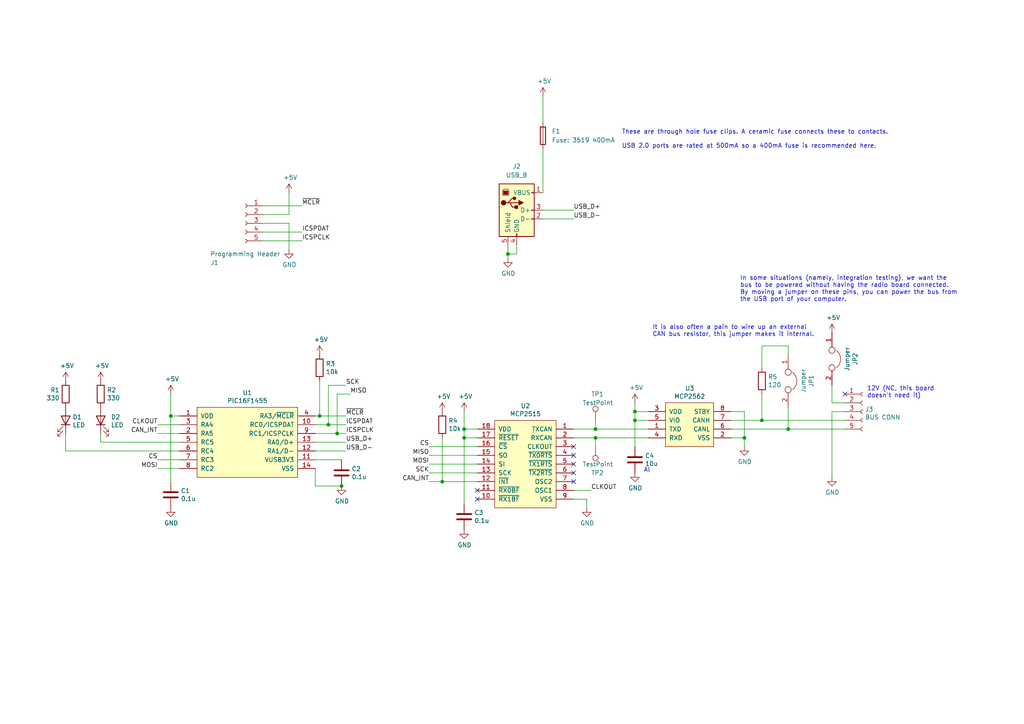
<source format=kicad_sch>
(kicad_sch (version 20230121) (generator eeschema)
  (paper "A4")
  (lib_symbols
    (symbol "Connector:TestPoint" (pin_numbers hide) (pin_names (offset 0.762) hide)
      (property "Reference" "TP" (at 0 6.858 0))
      (property "Value" "TestPoint" (at 0 5.08 0))
      (symbol "TestPoint_0_1"
        (circle (center 0 3.302) (radius 0.762))
      )
      (symbol "TestPoint_1_1"
        (pin passive line (at 0 0 90) (length 2.54) (name "1") (number "1"))
      )
    )
    (symbol "Connector:USB_B" (pin_names (offset 1.016))
      (property "Reference" "J" (at -5.08 11.43 0))
      (property "Value" "USB_B" (at -5.08 8.89 0))
      (symbol "USB_B_0_1"
        (rectangle (start -5.08 -7.62) (end 5.08 7.62) (stroke (width 0.254)) (fill (type background)))
        (circle (center -3.81 2.159) (radius 0.635) (stroke (width 0.254)) (fill (type outline)))
        (rectangle (start -3.81 5.588) (end -2.54 4.572) (fill (type outline)))
        (circle (center -0.635 3.429) (radius 0.381) (stroke (width 0.254)) (fill (type outline)))
        (rectangle (start -0.127 -7.62) (end 0.127 -6.858))
        (polyline (pts (xy -1.905 2.159) (xy 0.635 2.159)) (stroke (width 0.254)))
        (polyline (pts (xy -3.175 2.159) (xy -2.54 2.159) (xy -1.27 3.429) (xy -0.635 3.429)) (stroke (width 0.254)))
        (polyline (pts (xy -2.54 2.159) (xy -1.905 2.159) (xy -1.27 0.889) (xy 0 0.889)) (stroke (width 0.254)))
        (polyline (pts (xy 0.635 2.794) (xy 0.635 1.524) (xy 1.905 2.159) (xy 0.635 2.794)) (stroke (width 0.254)) (fill (type outline)))
        (polyline (pts (xy -4.064 4.318) (xy -2.286 4.318) (xy -2.286 5.715) (xy -2.667 6.096) (xy -3.683 6.096) (xy -4.064 5.715) (xy -4.064 4.318)))
        (rectangle (start 0.254 1.27) (end -0.508 0.508) (stroke (width 0.254)) (fill (type outline)))
        (rectangle (start 5.08 -2.667) (end 4.318 -2.413))
        (rectangle (start 5.08 -0.127) (end 4.318 0.127))
        (rectangle (start 5.08 4.953) (end 4.318 5.207))
      )
      (symbol "USB_B_1_1"
        (pin power_out line (at 7.62 5.08 180) (length 2.54) (name "VBUS") (number "1"))
        (pin bidirectional line (at 7.62 -2.54 180) (length 2.54) (name "D-") (number "2"))
        (pin bidirectional line (at 7.62 0 180) (length 2.54) (name "D+") (number "3"))
        (pin power_out line (at 0 -10.16 90) (length 2.54) (name "GND") (number "4"))
        (pin passive line (at -2.54 -10.16 90) (length 2.54) (name "Shield") (number "5"))
      )
    )
    (symbol "Device:C" (pin_numbers hide) (pin_names (offset 0.254))
      (property "Reference" "C" (at 0.635 2.54 0))
      (property "Value" "C" (at 0.635 -2.54 0))
      (symbol "C_0_1"
        (polyline (pts (xy -2.032 -0.762) (xy 2.032 -0.762)) (stroke (width 0.508)))
        (polyline (pts (xy -2.032 0.762) (xy 2.032 0.762)) (stroke (width 0.508)))
      )
      (symbol "C_1_1"
        (pin passive line (at 0 3.81 270) (length 2.794) (name "~") (number "1"))
        (pin passive line (at 0 -3.81 90) (length 2.794) (name "~") (number "2"))
      )
    )
    (symbol "Device:Fuse" (pin_numbers hide) (pin_names (offset 0))
      (property "Reference" "F" (at 2.032 0 90))
      (property "Value" "Fuse" (at -1.905 0 90))
      (symbol "Fuse_0_1"
        (rectangle (start -0.762 -2.54) (end 0.762 2.54) (stroke (width 0.254)))
        (polyline (pts (xy 0 2.54) (xy 0 -2.54)))
      )
      (symbol "Fuse_1_1"
        (pin passive line (at 0 3.81 270) (length 1.27) (name "~") (number "1"))
        (pin passive line (at 0 -3.81 90) (length 1.27) (name "~") (number "2"))
      )
    )
    (symbol "Device:LED" (pin_numbers hide) (pin_names (offset 1.016) hide)
      (property "Reference" "D" (at 0 2.54 0))
      (property "Value" "LED" (at 0 -2.54 0))
      (symbol "LED_0_1"
        (polyline (pts (xy -1.27 -1.27) (xy -1.27 1.27)) (stroke (width 0.254)))
        (polyline (pts (xy -1.27 0) (xy 1.27 0)))
        (polyline (pts (xy 1.27 -1.27) (xy 1.27 1.27) (xy -1.27 0) (xy 1.27 -1.27)) (stroke (width 0.254)))
        (polyline (pts (xy -3.048 -0.762) (xy -4.572 -2.286) (xy -3.81 -2.286) (xy -4.572 -2.286) (xy -4.572 -1.524)))
        (polyline (pts (xy -1.778 -0.762) (xy -3.302 -2.286) (xy -2.54 -2.286) (xy -3.302 -2.286) (xy -3.302 -1.524)))
      )
      (symbol "LED_1_1"
        (pin passive line (at -3.81 0 0) (length 2.54) (name "K") (number "1"))
        (pin passive line (at 3.81 0 180) (length 2.54) (name "A") (number "2"))
      )
    )
    (symbol "Device:R" (pin_numbers hide) (pin_names (offset 0))
      (property "Reference" "R" (at 2.032 0 90))
      (property "Value" "R" (at 0 0 90))
      (symbol "R_0_1"
        (rectangle (start -1.016 -2.54) (end 1.016 2.54) (stroke (width 0.254)))
      )
      (symbol "R_1_1"
        (pin passive line (at 0 3.81 270) (length 1.27) (name "~") (number "1"))
        (pin passive line (at 0 -3.81 90) (length 1.27) (name "~") (number "2"))
      )
    )
    (symbol "power:+5V" (power) (pin_names (offset 0))
      (property "Value" "+5V" (at 0 3.556 0))
      (symbol "+5V_0_1"
        (polyline (pts (xy -0.762 1.27) (xy 0 2.54)))
        (polyline (pts (xy 0 0) (xy 0 2.54)))
        (polyline (pts (xy 0 2.54) (xy 0.762 1.27)))
      )
      (symbol "+5V_1_1"
        (pin power_in line (at 0 0 90) (length 0) hide (name "+5V") (number "1"))
      )
    )
    (symbol "power:GND" (power) (pin_names (offset 0))
      (property "Value" "GND" (at 0 -3.81 0))
      (symbol "GND_0_1"
        (polyline (pts (xy 0 0) (xy 0 -1.27) (xy 1.27 -1.27) (xy 0 -2.54) (xy -1.27 -1.27) (xy 0 -1.27)))
      )
      (symbol "GND_1_1"
        (pin power_in line (at 0 0 270) (length 0) hide (name "GND") (number "1"))
      )
    )
    (symbol "usbdbg-rescue:Conn_01x05_Female-Connector" (pin_names (offset 1.016) hide)
      (property "Reference" "J" (at 0 7.62 0))
      (property "Value" "Connector_Conn_01x05_Female" (at 0 -7.62 0))
      (symbol "Conn_01x05_Female-Connector_1_1"
        (arc (start 0 -4.572) (mid -0.5058 -5.08) (end 0 -5.588) (stroke (width 0.1524)))
        (arc (start 0 -2.032) (mid -0.5058 -2.54) (end 0 -3.048) (stroke (width 0.1524)))
        (polyline (pts (xy -1.27 -5.08) (xy -0.508 -5.08)) (stroke (width 0.1524)))
        (polyline (pts (xy -1.27 -2.54) (xy -0.508 -2.54)) (stroke (width 0.1524)))
        (polyline (pts (xy -1.27 0) (xy -0.508 0)) (stroke (width 0.1524)))
        (polyline (pts (xy -1.27 2.54) (xy -0.508 2.54)) (stroke (width 0.1524)))
        (polyline (pts (xy -1.27 5.08) (xy -0.508 5.08)) (stroke (width 0.1524)))
        (arc (start 0 0.508) (mid -0.5058 0) (end 0 -0.508) (stroke (width 0.1524)))
        (arc (start 0 3.048) (mid -0.5058 2.54) (end 0 2.032) (stroke (width 0.1524)))
        (arc (start 0 5.588) (mid -0.5058 5.08) (end 0 4.572) (stroke (width 0.1524)))
        (pin passive line (at -5.08 5.08 0) (length 3.81) (name "Pin_1") (number "1"))
        (pin passive line (at -5.08 2.54 0) (length 3.81) (name "Pin_2") (number "2"))
        (pin passive line (at -5.08 0 0) (length 3.81) (name "Pin_3") (number "3"))
        (pin passive line (at -5.08 -2.54 0) (length 3.81) (name "Pin_4") (number "4"))
        (pin passive line (at -5.08 -5.08 0) (length 3.81) (name "Pin_5") (number "5"))
      )
    )
    (symbol "usbdbg-rescue:Jumper-Device" (pin_names (offset 0.762) hide)
      (property "Reference" "JP" (at 0 3.81 0))
      (property "Value" "Device_Jumper" (at 0 -2.032 0))
      (symbol "Jumper-Device_0_1"
        (circle (center -2.54 0) (radius 0.889))
        (arc (start 2.5146 1.27) (mid 0.0078 2.5097) (end -2.4892 1.27))
        (circle (center 2.54 0) (radius 0.889))
        (pin passive line (at -7.62 0 0) (length 4.191) (name "1") (number "1"))
        (pin passive line (at 7.62 0 180) (length 4.191) (name "2") (number "2"))
      )
    )
    (symbol "usbdbg-rescue:MCP2515-canhw" (pin_names (offset 1.016))
      (property "Reference" "U" (at 7.62 8.89 0))
      (property "Value" "canhw_MCP2515" (at -5.08 8.89 0))
      (symbol "MCP2515-canhw_0_1"
        (rectangle (start -8.89 7.62) (end 8.89 -17.78) (fill (type background)))
      )
      (symbol "MCP2515-canhw_1_1"
        (pin bidirectional line (at -13.97 5.08 0) (length 5.08) (name "TXCAN") (number "1"))
        (pin bidirectional line (at 13.97 -15.24 180) (length 5.08) (name "~{RX1BF}") (number "10"))
        (pin bidirectional line (at 13.97 -12.7 180) (length 5.08) (name "~{RX0BF}") (number "11"))
        (pin bidirectional line (at 13.97 -10.16 180) (length 5.08) (name "~{INT}") (number "12"))
        (pin bidirectional line (at 13.97 -7.62 180) (length 5.08) (name "SCK") (number "13"))
        (pin bidirectional line (at 13.97 -5.08 180) (length 5.08) (name "SI") (number "14"))
        (pin bidirectional line (at 13.97 -2.54 180) (length 5.08) (name "SO") (number "15"))
        (pin bidirectional line (at 13.97 0 180) (length 5.08) (name "~{CS}") (number "16"))
        (pin bidirectional line (at 13.97 2.54 180) (length 5.08) (name "~{RESET}") (number "17"))
        (pin power_in line (at 13.97 5.08 180) (length 5.08) (name "VDD") (number "18"))
        (pin bidirectional line (at -13.97 2.54 0) (length 5.08) (name "RXCAN") (number "2"))
        (pin bidirectional line (at -13.97 0 0) (length 5.08) (name "CLKOUT") (number "3"))
        (pin bidirectional line (at -13.97 -2.54 0) (length 5.08) (name "~{TX0RTS}") (number "4"))
        (pin bidirectional line (at -13.97 -5.08 0) (length 5.08) (name "~{TX1RTS}") (number "5"))
        (pin bidirectional line (at -13.97 -7.62 0) (length 5.08) (name "~{TX2RTS}") (number "6"))
        (pin bidirectional line (at -13.97 -10.16 0) (length 5.08) (name "OSC2") (number "7"))
        (pin bidirectional line (at -13.97 -12.7 0) (length 5.08) (name "OSC1") (number "8"))
        (pin power_in line (at -13.97 -15.24 0) (length 5.08) (name "VSS") (number "9"))
      )
    )
    (symbol "usbdbg-rescue:MCP2562-canhw" (pin_names (offset 1.016))
      (property "Reference" "U" (at 5.08 3.81 0))
      (property "Value" "canhw_MCP2562" (at -3.81 3.81 0))
      (symbol "MCP2562-canhw_0_1"
        (rectangle (start -7.62 2.54) (end 6.35 -10.16) (fill (type background)))
      )
      (symbol "MCP2562-canhw_1_1"
        (pin bidirectional line (at -12.7 -5.08 0) (length 5.08) (name "TXD") (number "1"))
        (pin power_in line (at 11.43 -7.62 180) (length 5.08) (name "VSS") (number "2"))
        (pin power_in line (at -12.7 0 0) (length 5.08) (name "VDD") (number "3"))
        (pin bidirectional line (at -12.7 -7.62 0) (length 5.08) (name "RXD") (number "4"))
        (pin bidirectional line (at -12.7 -2.54 0) (length 5.08) (name "VIO") (number "5"))
        (pin bidirectional line (at 11.43 -5.08 180) (length 5.08) (name "CANL") (number "6"))
        (pin bidirectional line (at 11.43 -2.54 180) (length 5.08) (name "CANH") (number "7"))
        (pin bidirectional line (at 11.43 0 180) (length 5.08) (name "STBY") (number "8"))
      )
    )
    (symbol "usbdbg-rescue:PIC16F1455-canhw" (pin_names (offset 1.016))
      (property "Reference" "U" (at 19.05 5.08 0))
      (property "Value" "canhw_PIC16F1455" (at -3.81 5.08 0))
      (symbol "PIC16F1455-canhw_0_1"
        (rectangle (start -8.89 3.81) (end 20.32 -16.51) (fill (type background)))
      )
      (symbol "PIC16F1455-canhw_1_1"
        (pin power_in line (at -13.97 1.27 0) (length 5.08) (name "VDD") (number "1"))
        (pin bidirectional line (at 25.4 -1.27 180) (length 5.08) (name "RC0/ICSPDAT") (number "10"))
        (pin bidirectional line (at 25.4 -11.43 180) (length 5.08) (name "VUSB3V3") (number "11"))
        (pin bidirectional line (at 25.4 -8.89 180) (length 5.08) (name "RA1/D-") (number "12"))
        (pin bidirectional line (at 25.4 -6.35 180) (length 5.08) (name "RA0/D+") (number "13"))
        (pin bidirectional line (at 25.4 -13.97 180) (length 5.08) (name "VSS") (number "14"))
        (pin bidirectional line (at -13.97 -3.81 0) (length 5.08) (name "RA5") (number "2"))
        (pin bidirectional line (at -13.97 -1.27 0) (length 5.08) (name "RA4") (number "3"))
        (pin bidirectional line (at 25.4 1.27 180) (length 5.08) (name "RA3/~{MCLR}") (number "4"))
        (pin bidirectional line (at -13.97 -6.35 0) (length 5.08) (name "RC5") (number "5"))
        (pin bidirectional line (at -13.97 -8.89 0) (length 5.08) (name "RC4") (number "6"))
        (pin bidirectional line (at -13.97 -11.43 0) (length 5.08) (name "RC3") (number "7"))
        (pin bidirectional line (at -13.97 -13.97 0) (length 5.08) (name "RC2") (number "8"))
        (pin bidirectional line (at 25.4 -3.81 180) (length 5.08) (name "RC1/ICSPCLK") (number "9"))
      )
    )
  )
  (junction (at 228.6 124.46))
  (junction (at 220.98 121.92))
  (junction (at 92.71 120.65))
  (junction (at 134.62 124.46))
  (junction (at 172.72 127))
  (junction (at 184.15 121.92))
  (junction (at 134.62 127))
  (junction (at 97.79 125.73))
  (junction (at 99.06 140.97))
  (junction (at 95.25 123.19))
  (junction (at 184.15 119.38))
  (junction (at 147.32 73.66))
  (junction (at 172.72 124.46))
  (junction (at 128.27 139.7))
  (junction (at 49.53 120.65))
  (junction (at 215.9 127))
  (no_connect (at 166.37 134.62))
  (no_connect (at 166.37 137.16))
  (no_connect (at 245.11 114.3))
  (no_connect (at 138.43 142.24))
  (no_connect (at 166.37 139.7))
  (no_connect (at 166.37 132.08))
  (no_connect (at 166.37 129.54))
  (no_connect (at 138.43 144.78))
  (wire (pts (xy 91.44 125.73) (xy 97.79 125.73)))
  (wire (pts (xy 91.44 135.89) (xy 91.44 140.97)))
  (wire (pts (xy 228.6 118.11) (xy 228.6 124.46)))
  (wire (pts (xy 19.05 125.73) (xy 19.05 130.81)))
  (wire (pts (xy 19.05 130.81) (xy 52.07 130.81)))
  (wire (pts (xy 228.6 100.33) (xy 228.6 102.87)))
  (wire (pts (xy 220.98 100.33) (xy 228.6 100.33)))
  (wire (pts (xy 95.25 123.19) (xy 100.33 123.19)))
  (wire (pts (xy 124.46 137.16) (xy 138.43 137.16)))
  (wire (pts (xy 212.09 124.46) (xy 228.6 124.46)))
  (wire (pts (xy 124.46 134.62) (xy 138.43 134.62)))
  (wire (pts (xy 149.86 73.66) (xy 147.32 73.66)))
  (wire (pts (xy 83.82 62.23) (xy 76.2 62.23)))
  (wire (pts (xy 157.48 27.94) (xy 157.48 35.56)))
  (wire (pts (xy 49.53 139.7) (xy 49.53 120.65)))
  (wire (pts (xy 128.27 139.7) (xy 138.43 139.7)))
  (wire (pts (xy 215.9 129.54) (xy 215.9 127)))
  (wire (pts (xy 212.09 121.92) (xy 220.98 121.92)))
  (wire (pts (xy 91.44 120.65) (xy 92.71 120.65)))
  (wire (pts (xy 184.15 121.92) (xy 187.96 121.92)))
  (wire (pts (xy 245.11 116.84) (xy 241.3 116.84)))
  (wire (pts (xy 157.48 60.96) (xy 166.37 60.96)))
  (wire (pts (xy 157.48 63.5) (xy 166.37 63.5)))
  (wire (pts (xy 184.15 129.54) (xy 184.15 121.92)))
  (wire (pts (xy 49.53 114.3) (xy 49.53 120.65)))
  (wire (pts (xy 187.96 119.38) (xy 184.15 119.38)))
  (wire (pts (xy 184.15 116.84) (xy 184.15 119.38)))
  (wire (pts (xy 215.9 127) (xy 212.09 127)))
  (wire (pts (xy 45.72 123.19) (xy 52.07 123.19)))
  (wire (pts (xy 91.44 128.27) (xy 100.33 128.27)))
  (wire (pts (xy 91.44 130.81) (xy 100.33 130.81)))
  (wire (pts (xy 172.72 121.92) (xy 172.72 124.46)))
  (wire (pts (xy 83.82 64.77) (xy 76.2 64.77)))
  (wire (pts (xy 157.48 43.18) (xy 157.48 55.88)))
  (wire (pts (xy 124.46 129.54) (xy 138.43 129.54)))
  (wire (pts (xy 92.71 120.65) (xy 100.33 120.65)))
  (wire (pts (xy 184.15 119.38) (xy 184.15 121.92)))
  (wire (pts (xy 45.72 133.35) (xy 52.07 133.35)))
  (wire (pts (xy 220.98 121.92) (xy 245.11 121.92)))
  (wire (pts (xy 134.62 146.05) (xy 134.62 127)))
  (wire (pts (xy 241.3 119.38) (xy 241.3 138.43)))
  (wire (pts (xy 172.72 124.46) (xy 187.96 124.46)))
  (wire (pts (xy 220.98 106.68) (xy 220.98 100.33)))
  (wire (pts (xy 97.79 114.3) (xy 97.79 125.73)))
  (wire (pts (xy 170.18 147.32) (xy 170.18 144.78)))
  (wire (pts (xy 134.62 127) (xy 134.62 124.46)))
  (wire (pts (xy 100.33 111.76) (xy 95.25 111.76)))
  (wire (pts (xy 170.18 144.78) (xy 166.37 144.78)))
  (wire (pts (xy 76.2 69.85) (xy 87.63 69.85)))
  (wire (pts (xy 171.45 142.24) (xy 166.37 142.24)))
  (wire (pts (xy 212.09 119.38) (xy 215.9 119.38)))
  (wire (pts (xy 134.62 124.46) (xy 138.43 124.46)))
  (wire (pts (xy 215.9 119.38) (xy 215.9 127)))
  (wire (pts (xy 92.71 110.49) (xy 92.71 120.65)))
  (wire (pts (xy 97.79 125.73) (xy 100.33 125.73)))
  (wire (pts (xy 95.25 111.76) (xy 95.25 123.19)))
  (wire (pts (xy 241.3 119.38) (xy 245.11 119.38)))
  (wire (pts (xy 166.37 127) (xy 172.72 127)))
  (wire (pts (xy 147.32 73.66) (xy 147.32 74.93)))
  (wire (pts (xy 76.2 67.31) (xy 87.63 67.31)))
  (wire (pts (xy 49.53 120.65) (xy 52.07 120.65)))
  (wire (pts (xy 166.37 124.46) (xy 172.72 124.46)))
  (wire (pts (xy 124.46 139.7) (xy 128.27 139.7)))
  (wire (pts (xy 138.43 127) (xy 134.62 127)))
  (wire (pts (xy 241.3 116.84) (xy 241.3 111.76)))
  (wire (pts (xy 101.6 114.3) (xy 97.79 114.3)))
  (wire (pts (xy 91.44 133.35) (xy 99.06 133.35)))
  (wire (pts (xy 29.21 125.73) (xy 29.21 128.27)))
  (wire (pts (xy 228.6 124.46) (xy 245.11 124.46)))
  (wire (pts (xy 220.98 114.3) (xy 220.98 121.92)))
  (wire (pts (xy 134.62 119.38) (xy 134.62 124.46)))
  (wire (pts (xy 91.44 123.19) (xy 95.25 123.19)))
  (wire (pts (xy 128.27 127) (xy 128.27 139.7)))
  (wire (pts (xy 147.32 71.12) (xy 147.32 73.66)))
  (wire (pts (xy 83.82 72.39) (xy 83.82 64.77)))
  (wire (pts (xy 83.82 55.88) (xy 83.82 62.23)))
  (wire (pts (xy 172.72 129.54) (xy 172.72 127)))
  (wire (pts (xy 172.72 127) (xy 187.96 127)))
  (wire (pts (xy 91.44 140.97) (xy 99.06 140.97)))
  (wire (pts (xy 124.46 132.08) (xy 138.43 132.08)))
  (wire (pts (xy 45.72 125.73) (xy 52.07 125.73)))
  (wire (pts (xy 76.2 59.69) (xy 87.63 59.69)))
  (wire (pts (xy 149.86 71.12) (xy 149.86 73.66)))
  (wire (pts (xy 45.72 135.89) (xy 52.07 135.89)))
  (wire (pts (xy 29.21 128.27) (xy 52.07 128.27)))
  (text "12V (NC, this board\ndoesn't need it)" (at 251.46 115.57 0) (effects (font (size 1.27 1.27)) (justify left bottom)))
  (text "These are through hole fuse clips. A ceramic fuse connects these to contacts.\n\nUSB 2.0 ports are rated at 500mA so a 400mA fuse is recommended here." (at 180.34 43.18 0) (effects (font (size 1.27 1.27)) (justify left bottom)))
  (text "It is also often a pain to wire up an external\nCAN bus resistor, this jumper makes it internal." (at 189.23 97.79 0) (effects (font (size 1.27 1.27)) (justify left bottom)))
  (text "Al" (at 186.69 137.16 0) (effects (font (size 1.27 1.27)) (justify left bottom)))
  (text "In some situations (namely, integration testing), we want the\nbus to be powered without having the radio board connected.\nBy moving a jumper on these pins, you can power the bus from\nthe USB port of your computer." (at 214.63 87.63 0) (effects (font (size 1.27 1.27)) (justify left bottom)))
  (label "CS" (at 124.46 129.54 180))
  (label "~{MCLR}" (at 100.33 120.65 0))
  (label "USB_D+" (at 100.33 128.27 0))
  (label "CLKOUT" (at 45.72 123.19 180))
  (label "CS" (at 45.72 133.35 180))
  (label "~{MCLR}" (at 87.63 59.69 0))
  (label "ICSPCLK" (at 100.33 125.73 0))
  (label "CAN_INT" (at 45.72 125.73 180))
  (label "MISO" (at 101.6 114.3 0))
  (label "SCK" (at 124.46 137.16 180))
  (label "USB_D-" (at 100.33 130.81 0))
  (label "ICSPCLK" (at 87.63 69.85 0))
  (label "ICSPDAT" (at 100.33 123.19 0))
  (label "MOSI" (at 45.72 135.89 180))
  (label "MISO" (at 124.46 132.08 180))
  (label "MOSI" (at 124.46 134.62 180))
  (label "USB_D+" (at 166.37 60.96 0))
  (label "ICSPDAT" (at 87.63 67.31 0))
  (label "CLKOUT" (at 171.45 142.24 0))
  (label "SCK" (at 100.33 111.76 0))
  (label "CAN_INT" (at 124.46 139.7 180))
  (label "USB_D-" (at 166.37 63.5 0))
  (symbol (lib_id "usbdbg-rescue:Conn_01x05_Female-Connector") (at 71.12 64.77 0) (mirror y) (unit 1)
    (property "Reference" "J1" (at 62.23 76.2 0))
    (property "Value" "Programming Header" (at 71.12 73.66 0))
    (property "Footprint" "canhw_footprints:PinHeader_5x2.54_SMD_90deg_952-3198-1-ND" (effects hide))
  )
  (symbol (lib_id "power:+5V") (at 83.82 55.88 0) (unit 1)
    (property "Reference" "#PWR05" (effects hide))
    (property "Value" "+5V" (at 84.201 51.4858 0))
  )
  (symbol (lib_id "power:+5V") (at 49.53 114.3 0) (unit 1)
    (property "Reference" "#PWR03" (effects hide))
    (property "Value" "+5V" (at 49.911 109.9058 0))
  )
  (symbol (lib_id "power:GND") (at 99.06 140.97 0) (unit 1)
    (property "Reference" "#PWR08" (effects hide))
    (property "Value" "GND" (at 99.187 145.3642 0))
  )
  (symbol (lib_id "power:GND") (at 170.18 147.32 0) (unit 1)
    (property "Reference" "#PWR014" (effects hide))
    (property "Value" "GND" (at 170.307 151.7142 0))
  )
  (symbol (lib_id "power:+5V") (at 184.15 116.84 0) (unit 1)
    (property "Reference" "#PWR015" (effects hide))
    (property "Value" "+5V" (at 184.531 112.4458 0))
  )
  (symbol (lib_id "power:GND") (at 215.9 129.54 0) (unit 1)
    (property "Reference" "#PWR017" (effects hide))
    (property "Value" "GND" (at 216.027 133.9342 0))
  )
  (symbol (lib_id "power:+5V") (at 19.05 110.49 0) (unit 1)
    (property "Reference" "#PWR01" (effects hide))
    (property "Value" "+5V" (at 19.431 106.0958 0))
  )
  (symbol (lib_id "power:+5V") (at 92.71 102.87 0) (unit 1)
    (property "Reference" "#PWR07" (effects hide))
    (property "Value" "+5V" (at 93.091 98.4758 0))
  )
  (symbol (lib_id "Connector:TestPoint") (at 172.72 129.54 180) (unit 1)
    (property "Reference" "TP2" (at 171.45 137.16 0) (effects (justify right)))
    (property "Value" "TestPoint" (at 168.91 134.62 0) (effects (justify right)))
    (property "Footprint" "TestPoint:TestPoint_THTPad_D2.0mm_Drill1.0mm" (effects hide))
  )
  (symbol (lib_id "power:GND") (at 49.53 147.32 0) (unit 1)
    (property "Reference" "#PWR04" (effects hide))
    (property "Value" "GND" (at 49.657 151.7142 0))
  )
  (symbol (lib_id "power:GND") (at 134.62 153.67 0) (unit 1)
    (property "Reference" "#PWR011" (effects hide))
    (property "Value" "GND" (at 134.747 158.0642 0))
  )
  (symbol (lib_id "Device:R") (at 29.21 114.3 0) (unit 1)
    (property "Reference" "R2" (at 30.988 113.1316 0) (effects (justify left)))
    (property "Value" "330" (at 30.988 115.443 0) (effects (justify left)))
    (property "Footprint" "Resistor_SMD:R_0805_2012Metric_Pad1.15x1.40mm_HandSolder" (effects hide))
  )
  (symbol (lib_id "Device:LED") (at 19.05 121.92 270) (mirror x) (unit 1)
    (property "Reference" "D1" (at 21.0312 120.9548 90) (effects (justify left)))
    (property "Value" "LED" (at 21.0312 123.2662 90) (effects (justify left)))
    (property "Footprint" "LED_SMD:LED_1206_3216Metric_Pad1.42x1.75mm_HandSolder" (effects hide))
  )
  (symbol (lib_id "Device:LED") (at 29.21 121.92 90) (unit 1)
    (property "Reference" "D2" (at 32.1818 120.9548 90) (effects (justify right)))
    (property "Value" "LED" (at 32.1818 123.2662 90) (effects (justify right)))
    (property "Footprint" "LED_SMD:LED_1206_3216Metric_Pad1.42x1.75mm_HandSolder" (effects hide))
  )
  (symbol (lib_id "power:GND") (at 241.3 138.43 0) (unit 1)
    (property "Reference" "#PWR019" (effects hide))
    (property "Value" "GND" (at 241.427 142.8242 0))
  )
  (symbol (lib_id "usbdbg-rescue:Conn_01x05_Female-Connector") (at 250.19 119.38 0) (unit 1)
    (property "Reference" "J3" (at 250.9012 118.7196 0) (effects (justify left)))
    (property "Value" "BUS CONN" (at 250.9012 121.031 0) (effects (justify left)))
    (property "Footprint" "canhw_footprints:PinHeader_5x2.54_SMD_90deg_952-3198-1-ND" (effects hide))
  )
  (symbol (lib_id "Device:R") (at 220.98 110.49 0) (unit 1)
    (property "Reference" "R5" (at 222.758 109.3216 0) (effects (justify left)))
    (property "Value" "120" (at 222.758 111.633 0) (effects (justify left)))
    (property "Footprint" "Resistor_SMD:R_0805_2012Metric_Pad1.20x1.40mm_HandSolder" (effects hide))
  )
  (symbol (lib_id "usbdbg-rescue:Jumper-Device") (at 228.6 110.49 270) (unit 1)
    (property "Reference" "JP1" (at 235.3056 110.49 0))
    (property "Value" "Jumper" (at 232.9942 110.49 0))
    (property "Footprint" "Connector_PinSocket_2.54mm:PinSocket_1x02_P2.54mm_Vertical" (effects hide))
  )
  (symbol (lib_id "power:+5V") (at 241.3 96.52 0) (unit 1)
    (property "Reference" "#PWR018" (effects hide))
    (property "Value" "+5V" (at 241.681 92.1258 0))
  )
  (symbol (lib_id "usbdbg-rescue:MCP2562-canhw") (at 200.66 119.38 0) (unit 1)
    (property "Reference" "U3" (at 200.025 112.649 0))
    (property "Value" "MCP2562" (at 200.025 114.9604 0))
    (property "Footprint" "Housings_SOIC:SOIC-8_3.9x4.9mm_Pitch1.27mm" (effects hide))
    (property "Datasheet" "ww1.microchip.com/downloads/en/devicedoc/20005167c.pdf" (effects hide))
  )
  (symbol (lib_id "Device:C") (at 134.62 149.86 0) (unit 1)
    (property "Reference" "C3" (at 137.541 148.6916 0) (effects (justify left)))
    (property "Value" "0.1u" (at 137.541 151.003 0) (effects (justify left)))
    (property "Footprint" "Capacitor_SMD:C_0805_2012Metric_Pad1.15x1.40mm_HandSolder" (effects hide))
  )
  (symbol (lib_id "power:+5V") (at 29.21 110.49 0) (unit 1)
    (property "Reference" "#PWR02" (effects hide))
    (property "Value" "+5V" (at 29.591 106.0958 0))
  )
  (symbol (lib_id "Device:R") (at 19.05 114.3 0) (mirror x) (unit 1)
    (property "Reference" "R1" (at 17.2974 113.1316 0) (effects (justify right)))
    (property "Value" "330" (at 17.2974 115.443 0) (effects (justify right)))
    (property "Footprint" "Resistor_SMD:R_0805_2012Metric_Pad1.15x1.40mm_HandSolder" (effects hide))
  )
  (symbol (lib_id "usbdbg-rescue:Jumper-Device") (at 241.3 104.14 270) (unit 1)
    (property "Reference" "JP2" (at 248.0056 104.14 0))
    (property "Value" "Jumper" (at 245.6942 104.14 0))
    (property "Footprint" "Connector_PinSocket_2.54mm:PinSocket_1x02_P2.54mm_Vertical" (effects hide))
  )
  (symbol (lib_id "Device:R") (at 92.71 106.68 0) (unit 1)
    (property "Reference" "R3" (at 94.488 105.5116 0) (effects (justify left)))
    (property "Value" "10k" (at 94.488 107.823 0) (effects (justify left)))
    (property "Footprint" "Resistor_SMD:R_0805_2012Metric_Pad1.15x1.40mm_HandSolder" (effects hide))
  )
  (symbol (lib_id "power:GND") (at 83.82 72.39 0) (unit 1)
    (property "Reference" "#PWR06" (effects hide))
    (property "Value" "GND" (at 83.947 76.7842 0))
  )
  (symbol (lib_id "Connector:USB_B") (at 149.86 60.96 0) (unit 1)
    (property "Reference" "J2" (at 149.86 48.26 0))
    (property "Value" "USB_B" (at 149.86 50.8 0))
    (property "Footprint" "USB_DBG:CUI_UJ2-BH-1-TH" (effects hide))
    (property "Datasheet" "https://www.cuidevices.com/product/resource/uj2-bh-th.pdf" (effects hide))
    (property "Datasheet (fuse holder)" "https://mm.digikey.com/Volume0/opasdata/d220001/medias/docus/2413/617Series_Fuse_DS_v1%200.pdf" (effects hide))
  )
  (symbol (lib_id "Device:C") (at 99.06 137.16 0) (unit 1)
    (property "Reference" "C2" (at 101.981 135.9916 0) (effects (justify left)))
    (property "Value" "0.1u" (at 101.981 138.303 0) (effects (justify left)))
    (property "Footprint" "Capacitor_SMD:C_0805_2012Metric_Pad1.15x1.40mm_HandSolder" (effects hide))
  )
  (symbol (lib_id "usbdbg-rescue:MCP2515-canhw") (at 152.4 129.54 0) (mirror y) (unit 1)
    (property "Reference" "U2" (at 152.4 117.729 0))
    (property "Value" "MCP2515" (at 152.4 120.0404 0))
    (property "Footprint" "Housings_SOIC:SOIC-18W_7.5x11.6mm_Pitch1.27mm" (effects hide))
  )
  (symbol (lib_id "Device:C") (at 184.15 133.35 0) (unit 1)
    (property "Reference" "C4" (at 187.071 132.1816 0) (effects (justify left)))
    (property "Value" "10u" (at 187.071 134.493 0) (effects (justify left)))
    (property "Footprint" "Capacitor_SMD:C_0805_2012Metric_Pad1.15x1.40mm_HandSolder" (effects hide))
  )
  (symbol (lib_id "Device:C") (at 49.53 143.51 0) (unit 1)
    (property "Reference" "C1" (at 52.451 142.3416 0) (effects (justify left)))
    (property "Value" "0.1u" (at 52.451 144.653 0) (effects (justify left)))
    (property "Footprint" "Capacitor_SMD:C_0805_2012Metric_Pad1.15x1.40mm_HandSolder" (effects hide))
  )
  (symbol (lib_id "power:GND") (at 184.15 137.16 0) (unit 1)
    (property "Reference" "#PWR016" (effects hide))
    (property "Value" "GND" (at 184.277 141.5542 0))
  )
  (symbol (lib_id "power:+5V") (at 134.62 119.38 0) (unit 1)
    (property "Reference" "#PWR010" (effects hide))
    (property "Value" "+5V" (at 135.001 114.9858 0))
  )
  (symbol (lib_id "power:+5V") (at 128.27 119.38 0) (unit 1)
    (property "Reference" "#PWR09" (effects hide))
    (property "Value" "+5V" (at 128.651 114.9858 0))
  )
  (symbol (lib_id "power:+5V") (at 157.48 27.94 0) (unit 1)
    (property "Reference" "#PWR013" (effects hide))
    (property "Value" "+5V" (at 157.861 23.5458 0))
  )
  (symbol (lib_id "Connector:TestPoint") (at 172.72 121.92 0) (unit 1)
    (property "Reference" "TP1" (at 171.45 114.3 0) (effects (justify left)))
    (property "Value" "TestPoint" (at 168.91 116.84 0) (effects (justify left)))
    (property "Footprint" "TestPoint:TestPoint_THTPad_D2.0mm_Drill1.0mm" (effects hide))
  )
  (symbol (lib_id "Device:Fuse") (at 157.48 39.37 0) (unit 1)
    (property "Reference" "F1" (at 160.02 38.1 0) (effects (justify left)))
    (property "Value" "Fuse: 3519 400mA" (at 160.02 40.64 0) (effects (justify left)))
    (property "Footprint" "USB_DBG:FUSE_3519" (effects hide))
    (property "Datasheet" "https://www.keyelco.com/userAssets/file/M65p46.pdf" (effects hide))
  )
  (symbol (lib_id "usbdbg-rescue:PIC16F1455-canhw") (at 66.04 121.92 0) (unit 1)
    (property "Reference" "U1" (at 71.755 113.919 0))
    (property "Value" "PIC16F1455" (at 71.755 116.2304 0))
    (property "Footprint" "Housings_SOIC:SOIC-14_3.9x8.7mm_Pitch1.27mm" (effects hide))
    (property "Datasheet" "https://ww1.microchip.com/downloads/aemDocuments/documents/OTH/ProductDocuments/DataSheets/PIC16LF1454-5-9-14-20-Pin-8-Bit-Flash-USB-Microcontroller-with-XLP-Technology-DS40001639C.pdf" (effects hide))
  )
  (symbol (lib_id "power:GND") (at 147.32 74.93 0) (unit 1)
    (property "Reference" "#PWR012" (effects hide))
    (property "Value" "GND" (at 147.447 79.3242 0))
  )
  (symbol (lib_id "Device:R") (at 128.27 123.19 0) (unit 1)
    (property "Reference" "R4" (at 130.048 122.0216 0) (effects (justify left)))
    (property "Value" "10k" (at 130.048 124.333 0) (effects (justify left)))
    (property "Footprint" "Resistor_SMD:R_0805_2012Metric_Pad1.15x1.40mm_HandSolder" (effects hide))
  )
)
</source>
